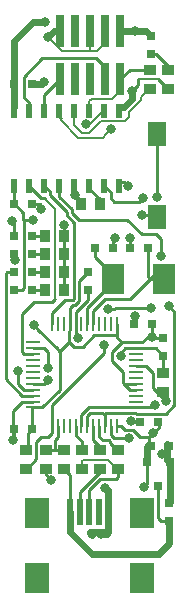
<source format=gtl>
G04 #@! TF.FileFunction,Copper,L1,Top,Signal*
%FSLAX46Y46*%
G04 Gerber Fmt 4.6, Leading zero omitted, Abs format (unit mm)*
G04 Created by KiCad (PCBNEW 4.0.0-rc2-stable) date 17/02/2016 11:29:09*
%MOMM*%
G01*
G04 APERTURE LIST*
%ADD10C,0.100000*%
%ADD11R,0.508000X1.143000*%
%ADD12R,1.000000X0.950000*%
%ADD13R,0.800000X0.750000*%
%ADD14R,0.750000X0.800000*%
%ADD15R,1.900000X2.600000*%
%ADD16R,0.250000X1.300000*%
%ADD17R,1.300000X0.250000*%
%ADD18R,0.797560X0.797560*%
%ADD19R,0.500380X2.301240*%
%ADD20R,1.998980X2.499360*%
%ADD21R,0.800100X0.800100*%
%ADD22R,1.600000X2.000000*%
%ADD23R,0.950000X1.000000*%
%ADD24R,0.740000X2.790000*%
%ADD25C,0.800000*%
%ADD26C,0.250000*%
%ADD27C,0.609600*%
%ADD28C,0.203200*%
%ADD29C,0.210000*%
G04 APERTURE END LIST*
D10*
D11*
X86133360Y92290900D03*
X88673360Y92290900D03*
X89943360Y92290900D03*
X91213360Y92290900D03*
X92483360Y92290900D03*
X93753360Y92290900D03*
X95023360Y92290900D03*
X95023360Y85940900D03*
X93753360Y85940900D03*
X92483360Y85940900D03*
X91213360Y85940900D03*
X89943360Y85940900D03*
X88673360Y85940900D03*
X87403360Y85940900D03*
X86133360Y85940900D03*
X87403360Y92290900D03*
D12*
X97622360Y94157900D03*
X97622360Y95757900D03*
D13*
X93003360Y80679900D03*
X94503360Y80679900D03*
D14*
X92356360Y78635900D03*
X92356360Y77135900D03*
D15*
X98824360Y78012900D03*
X94524360Y78012900D03*
D16*
X94820360Y74262900D03*
X94320360Y74262900D03*
X93820360Y74262900D03*
X93320360Y74262900D03*
X92820360Y74262900D03*
X92320360Y74262900D03*
X91820360Y74262900D03*
X91320360Y74262900D03*
X90820360Y74262900D03*
X90320360Y74262900D03*
X89820360Y74262900D03*
X89320360Y74262900D03*
D17*
X87720360Y72662900D03*
X87720360Y72162900D03*
X87720360Y71662900D03*
X87720360Y71162900D03*
X87720360Y70662900D03*
X87720360Y70162900D03*
X87720360Y69662900D03*
X87720360Y69162900D03*
X87720360Y68662900D03*
X87720360Y68162900D03*
X87720360Y67662900D03*
X87720360Y67162900D03*
D16*
X89320360Y65562900D03*
X89820360Y65562900D03*
X90320360Y65562900D03*
X90820360Y65562900D03*
X91320360Y65562900D03*
X91820360Y65562900D03*
X92320360Y65562900D03*
X92820360Y65562900D03*
X93320360Y65562900D03*
X93820360Y65562900D03*
X94320360Y65562900D03*
X94820360Y65562900D03*
D17*
X96420360Y67162900D03*
X96420360Y67662900D03*
X96420360Y68162900D03*
X96420360Y68662900D03*
X96420360Y69162900D03*
X96420360Y69662900D03*
X96420360Y70162900D03*
X96420360Y70662900D03*
X96420360Y71162900D03*
X96420360Y71662900D03*
X96420360Y72162900D03*
X96420360Y72662900D03*
D13*
X97702360Y63915900D03*
X99202360Y63915900D03*
D18*
X86146060Y77123900D03*
X87644660Y77123900D03*
D19*
X90888240Y58338060D03*
X91688340Y58338060D03*
X92488440Y58338060D03*
X93288540Y58338060D03*
X94088640Y58338060D03*
D20*
X88038360Y58239000D03*
X88038360Y52739900D03*
X96938520Y58239000D03*
X96938520Y52739900D03*
D13*
X97424360Y80679900D03*
X95924360Y80679900D03*
X98313360Y65947900D03*
X96813360Y65947900D03*
D14*
X98706360Y73047900D03*
X98706360Y71547900D03*
D13*
X97805360Y74202900D03*
X96305360Y74202900D03*
D14*
X99214360Y57577900D03*
X99214360Y59077900D03*
D13*
X87645360Y65312900D03*
X86145360Y65312900D03*
X86145360Y84362900D03*
X87645360Y84362900D03*
X86145360Y94522900D03*
X87645360Y94522900D03*
D18*
X86146060Y80171900D03*
X87644660Y80171900D03*
X86146060Y81695900D03*
X87644660Y81695900D03*
X86146060Y78647900D03*
X87644660Y78647900D03*
X97690360Y98599046D03*
X97690360Y97100446D03*
D21*
X99275360Y62503660D03*
X97375360Y62503660D03*
X98325360Y60504680D03*
D22*
X98198360Y83273900D03*
X98198360Y90273900D03*
D12*
X87149360Y61972900D03*
X87149360Y63572900D03*
X91848360Y63572900D03*
X91848360Y61972900D03*
X93372360Y63572900D03*
X93372360Y61972900D03*
X94896360Y61972900D03*
X94896360Y63572900D03*
X90324360Y61972900D03*
X90324360Y63572900D03*
X88800360Y63572900D03*
X88800360Y61972900D03*
X99146360Y95703900D03*
X99146360Y94103900D03*
D23*
X88762360Y80171900D03*
X90362360Y80171900D03*
X88762360Y81695900D03*
X90362360Y81695900D03*
X88765360Y78647900D03*
X90365360Y78647900D03*
X88765360Y77123900D03*
X90365360Y77123900D03*
X91810360Y84362900D03*
X93410360Y84362900D03*
D12*
X98706360Y70049900D03*
X98706360Y68449900D03*
D24*
X95082360Y99024900D03*
X95082360Y94954900D03*
X93812360Y99024900D03*
X93812360Y94954900D03*
X92542360Y99024900D03*
X92542360Y94954900D03*
X91272360Y99024900D03*
X91272360Y94954900D03*
X90002360Y99024900D03*
X90002360Y94954900D03*
D25*
X93853000Y60375800D03*
X92710000Y56438800D03*
X93472000Y56438800D03*
X94638308Y81488702D03*
X95890887Y81488702D03*
X86006360Y64423900D03*
X89240360Y61048900D03*
X95830397Y64537846D03*
X96053700Y65987868D03*
X90374277Y82577238D03*
X96954938Y83470008D03*
X88392344Y83936083D03*
X95738727Y85941233D03*
X91497338Y73032402D03*
X95170394Y71530457D03*
X98638360Y63207900D03*
X96352360Y74891900D03*
X87760127Y74147517D03*
X97887808Y64980348D03*
X97805360Y73147900D03*
X87716360Y83019900D03*
X97114360Y60413900D03*
X96098360Y93941900D03*
X88676362Y94703900D03*
X88986360Y98513900D03*
X96352360Y99021900D03*
X88732360Y99783900D03*
X86195859Y79646692D03*
X88970430Y69495846D03*
X86470344Y70212336D03*
X85975340Y82965900D03*
X91269348Y85142401D03*
X88968897Y70495856D03*
X97729042Y75622001D03*
X98214603Y84994384D03*
X93753552Y72414354D03*
X94043701Y75504788D03*
X98965271Y67725254D03*
X94320360Y90700290D03*
X92177661Y91121619D03*
X98534909Y79971900D03*
X98029383Y67372921D03*
X96996712Y84865623D03*
X99208277Y75724244D03*
D26*
X97424360Y80679900D02*
X97424360Y78212900D01*
X97424360Y78212900D02*
X97624360Y78012900D01*
X97624360Y78012900D02*
X98824360Y78012900D01*
X95951141Y76378901D02*
X97925589Y78353349D01*
X93844812Y76378901D02*
X95951141Y76378901D01*
X92820360Y74262900D02*
X92820360Y75354449D01*
X92820360Y75354449D02*
X93844812Y76378901D01*
D27*
X94088640Y56577840D02*
X93891760Y56577840D01*
X93983199Y56537201D02*
X93878400Y56642000D01*
X93786961Y56591200D02*
X92532200Y56591200D01*
X92557600Y56583581D02*
X92557600Y56517542D01*
X92532200Y56578500D02*
X92710000Y56400700D01*
X94088640Y58338060D02*
X94088640Y60140160D01*
X94088640Y60140160D02*
X93853000Y60375800D01*
X94088640Y58338060D02*
X94088640Y56577840D01*
X94088640Y56577840D02*
X93949600Y56438800D01*
X93949600Y56438800D02*
X93472000Y56438800D01*
D26*
X94503360Y80679900D02*
X94503360Y81353754D01*
X94503360Y81353754D02*
X94638308Y81488702D01*
X95924360Y80679900D02*
X95924360Y81455229D01*
X95924360Y81455229D02*
X95890887Y81488702D01*
X92356360Y77135900D02*
X92356360Y76282076D01*
X92356360Y76282076D02*
X91320360Y75246076D01*
X91320360Y75246076D02*
X91320360Y74262900D01*
X86145360Y65312900D02*
X86145360Y64562900D01*
X86145360Y64562900D02*
X86006360Y64423900D01*
X87720360Y67662900D02*
X86820360Y67662900D01*
X86820360Y67662900D02*
X86006360Y66848900D01*
X86006360Y66848900D02*
X86006360Y64423900D01*
X88800360Y61972900D02*
X88800360Y61488900D01*
X88800360Y61488900D02*
X89240360Y61048900D01*
X94603827Y64537846D02*
X95830397Y64537846D01*
X94320360Y65562900D02*
X94320360Y64821313D01*
X94320360Y64821313D02*
X94603827Y64537846D01*
X96093668Y65947900D02*
X96053700Y65987868D01*
X96813360Y65947900D02*
X96093668Y65947900D01*
X98706360Y71547900D02*
X98706360Y70049900D01*
X96420360Y72162900D02*
X98091360Y72162900D01*
X98091360Y72162900D02*
X98706360Y71547900D01*
X90342349Y81406032D02*
X90374277Y81437960D01*
X90374277Y82011553D02*
X90374277Y82577238D01*
X90374277Y81437960D02*
X90374277Y82011553D01*
X90362360Y80171900D02*
X90362360Y81695900D01*
X90365360Y77842135D02*
X90365360Y81692900D01*
X90365360Y77123900D02*
X90365360Y77842135D01*
X90365360Y77842135D02*
X90365360Y78647900D01*
X90365360Y81692900D02*
X90362360Y81695900D01*
X96954938Y83470008D02*
X98042252Y83470008D01*
X98042252Y83470008D02*
X98198360Y83313900D01*
D27*
X99275360Y62503660D02*
X99275360Y59138900D01*
X99275360Y59138900D02*
X99214360Y59077900D01*
D26*
X95023360Y86267900D02*
X95412060Y86267900D01*
X95412060Y86267900D02*
X95738727Y85941233D01*
X88392344Y84265916D02*
X88392344Y83936083D01*
X87645360Y84362900D02*
X88295360Y84362900D01*
X88295360Y84362900D02*
X88392344Y84265916D01*
X91320360Y73209380D02*
X91497338Y73032402D01*
X91320360Y74262900D02*
X91320360Y73209380D01*
X95520360Y72162900D02*
X95170394Y71812934D01*
X96420360Y72162900D02*
X95520360Y72162900D01*
X95170394Y71812934D02*
X95170394Y71530457D01*
X99275360Y62503660D02*
X99275360Y62570900D01*
X99275360Y62570900D02*
X98638360Y63207900D01*
X96305360Y74202900D02*
X96305360Y74844900D01*
X96305360Y74844900D02*
X96352360Y74891900D01*
D27*
X99075360Y64042900D02*
X99075360Y62703660D01*
X99075360Y62703660D02*
X99275360Y62503660D01*
D26*
X88160126Y73747518D02*
X87760127Y74147517D01*
X89839148Y72034112D02*
X89839148Y72068496D01*
X89839148Y72068496D02*
X88160126Y73747518D01*
X92356360Y78610900D02*
X92356360Y78635900D01*
X91615372Y76177499D02*
X91615372Y77869912D01*
X90820360Y75586310D02*
X91082938Y75848888D01*
X90820360Y74262900D02*
X90820360Y75586310D01*
X91615372Y77869912D02*
X92356360Y78610900D01*
X91082938Y75848888D02*
X91286761Y75848888D01*
X91286761Y75848888D02*
X91615372Y76177499D01*
X86920879Y83022797D02*
X86920879Y77249939D01*
X86146060Y77123900D02*
X86794840Y77123900D01*
X86794840Y77123900D02*
X86920879Y77249939D01*
X87276360Y63572900D02*
X87276360Y64943900D01*
X87276360Y64943900D02*
X87645360Y65312900D01*
X95495394Y65262866D02*
X96160537Y65262866D01*
X95195360Y65562900D02*
X95495394Y65262866D01*
X94820360Y65562900D02*
X95195360Y65562900D01*
X96755503Y64667900D02*
X97575360Y64667900D01*
X96160537Y65262866D02*
X96755503Y64667900D01*
X98706360Y73047900D02*
X97905360Y73047900D01*
X97905360Y73047900D02*
X97805360Y73147900D01*
X86869841Y83073835D02*
X86920879Y83022797D01*
X96420360Y69162900D02*
X95395360Y69162900D01*
X95395360Y69162900D02*
X95351859Y69206401D01*
X95520360Y72662900D02*
X95229833Y72662900D01*
X95229833Y72662900D02*
X94445392Y71878459D01*
X94445392Y71878459D02*
X94445392Y71100154D01*
X94445392Y71100154D02*
X95351859Y70193687D01*
X95351859Y70193687D02*
X95351859Y69206401D01*
X95351859Y69206401D02*
X95895360Y68662900D01*
X95895360Y68662900D02*
X96420360Y68662900D01*
X86133360Y86267900D02*
X86133360Y84374900D01*
X86133360Y84374900D02*
X86145360Y84362900D01*
X94820360Y73267517D02*
X92910743Y73267517D01*
X91941126Y72297900D02*
X91206507Y72297900D01*
X92910743Y73267517D02*
X91941126Y72297900D01*
X91206507Y72297900D02*
X90770361Y72734046D01*
X94820360Y73267517D02*
X94820360Y73058083D01*
X94820360Y74262900D02*
X94820360Y73267517D01*
X94820360Y73058083D02*
X95215543Y72662900D01*
X95215543Y72662900D02*
X95520360Y72662900D01*
X98345903Y65438443D02*
X97887808Y64980348D01*
X97887808Y64980348D02*
X97575360Y64667900D01*
X96420360Y72662900D02*
X96945360Y72662900D01*
X96945360Y72662900D02*
X97430360Y73147900D01*
X97430360Y73147900D02*
X97805360Y73147900D01*
X86869841Y83663419D02*
X86869841Y83073835D01*
X86869841Y83073835D02*
X87662425Y83073835D01*
X87662425Y83073835D02*
X87716360Y83019900D01*
X86145360Y84362900D02*
X86170360Y84362900D01*
X86170360Y84362900D02*
X86869841Y83663419D01*
X90820360Y74262900D02*
X90820360Y73677900D01*
X90770361Y72734046D02*
X90070427Y72034112D01*
X90820360Y73677900D02*
X90770361Y73627901D01*
X90770361Y73627901D02*
X90770361Y72734046D01*
X90070427Y72034112D02*
X89839148Y72034112D01*
X90002360Y68648493D02*
X88516767Y67162900D01*
X90002360Y71870900D02*
X90002360Y68648493D01*
X88516767Y67162900D02*
X87720360Y67162900D01*
X89839148Y72034112D02*
X90002360Y71870900D01*
X98313360Y65947900D02*
X98313360Y65658312D01*
X98313360Y65658312D02*
X98345903Y65625769D01*
X98345903Y65625769D02*
X98345903Y65438443D01*
X97575360Y64667900D02*
X97575360Y64042900D01*
X97375360Y62503660D02*
X97375360Y60674900D01*
X97375360Y60674900D02*
X97114360Y60413900D01*
X87645360Y65312900D02*
X87645360Y67087900D01*
X87645360Y67087900D02*
X87720360Y67162900D01*
D27*
X97375360Y62503660D02*
X97375360Y63842900D01*
X97375360Y63842900D02*
X97575360Y64042900D01*
D26*
X95520360Y72662900D02*
X96420360Y72662900D01*
X97805360Y73147900D02*
X97805360Y74202900D01*
X94524360Y78012900D02*
X94524360Y78362900D01*
X93003360Y79883900D02*
X93003360Y80679900D01*
X94524360Y78362900D02*
X93003360Y79883900D01*
X92320360Y74262900D02*
X92320360Y75609665D01*
X92320360Y75609665D02*
X94524360Y77813665D01*
X94524360Y77813665D02*
X94524360Y78012900D01*
X98325360Y60504680D02*
X98325360Y57841900D01*
X98325360Y57841900D02*
X98589360Y57577900D01*
X98589360Y57577900D02*
X99214360Y57577900D01*
D27*
X99214360Y57395830D02*
X99214360Y55655900D01*
X99214360Y55655900D02*
X98343719Y54785259D01*
X98343719Y54785259D02*
X92680821Y54785259D01*
X92680821Y54785259D02*
X90888240Y56577840D01*
X90888240Y56577840D02*
X90888240Y58338060D01*
D26*
X90888240Y58338060D02*
X90888240Y61405020D01*
X90888240Y61405020D02*
X90270360Y62022900D01*
X90270360Y62022900D02*
X90070360Y62022900D01*
D28*
X93140759Y97325299D02*
X92542360Y97325299D01*
X92542360Y97325299D02*
X90174961Y97325299D01*
X92542360Y99021900D02*
X92542360Y97325299D01*
X93812360Y99021900D02*
X93812360Y97996900D01*
X93812360Y97996900D02*
X93140759Y97325299D01*
X90174961Y97325299D02*
X89386359Y98113901D01*
X89386359Y98113901D02*
X88986360Y98513900D01*
D26*
X96606360Y94957900D02*
X96606360Y94449900D01*
X96606360Y94449900D02*
X96098360Y93941900D01*
D29*
X98267360Y94957900D02*
X96606360Y94957900D01*
D26*
X99146360Y94103900D02*
X99121360Y94103900D01*
X99121360Y94103900D02*
X98267360Y94957900D01*
D27*
X95023360Y92617900D02*
X95422002Y92617900D01*
X96098360Y93294258D02*
X96098360Y93941900D01*
X95422002Y92617900D02*
X96098360Y93294258D01*
X87645360Y94522900D02*
X88495362Y94522900D01*
X88495362Y94522900D02*
X88676362Y94703900D01*
X90002360Y99021900D02*
X89494360Y99021900D01*
X89494360Y99021900D02*
X88986360Y98513900D01*
X95082360Y99021900D02*
X96352360Y99021900D01*
X96352360Y99021900D02*
X97267506Y99021900D01*
X87462360Y99529900D02*
X87716360Y99783900D01*
X87716360Y99783900D02*
X88732360Y99783900D01*
X86145360Y98212900D02*
X87462360Y99529900D01*
X86145360Y95041202D02*
X86145360Y98212900D01*
X97267506Y99021900D02*
X97690360Y98599046D01*
X86145360Y94522900D02*
X86145360Y95041202D01*
X86145360Y94522900D02*
X86145360Y92629900D01*
X86145360Y92629900D02*
X86133360Y92617900D01*
X86133360Y92617900D02*
X86133360Y93132987D01*
D26*
X86146060Y80139900D02*
X86146060Y79696491D01*
X86146060Y79696491D02*
X86195859Y79646692D01*
X88637484Y69162900D02*
X88970430Y69495846D01*
X87720360Y69162900D02*
X88637484Y69162900D01*
X87644660Y80171900D02*
X88762360Y80171900D01*
X86470344Y69165516D02*
X86470344Y70212336D01*
X87720360Y68662900D02*
X86972960Y68662900D01*
X86972960Y68662900D02*
X86470344Y69165516D01*
X86146060Y82795180D02*
X85975340Y82965900D01*
X86146060Y81821900D02*
X86146060Y82795180D01*
X87644660Y81695900D02*
X88762360Y81695900D01*
X86146060Y78647900D02*
X85497280Y78647900D01*
X85497280Y78647900D02*
X85411749Y78562369D01*
X85411749Y78562369D02*
X85411749Y69571511D01*
X85411749Y69571511D02*
X86820360Y68162900D01*
X86820360Y68162900D02*
X87720360Y68162900D01*
X87644660Y78647900D02*
X88765360Y78647900D01*
X87644660Y77123900D02*
X88765360Y77123900D01*
X97690360Y97100446D02*
X98142073Y97100446D01*
X98142073Y97100446D02*
X99146360Y96096159D01*
X99146360Y96096159D02*
X99146360Y95703900D01*
X90456359Y76298899D02*
X89320360Y75162900D01*
X91165361Y78081312D02*
X91165361Y76363899D01*
X91165361Y76363899D02*
X91100361Y76298899D01*
X91210939Y82765908D02*
X91210938Y78126889D01*
X90560348Y83416499D02*
X91210939Y82765908D01*
X91210938Y78126889D02*
X91165361Y78081312D01*
X89177360Y85114900D02*
X90560348Y83731912D01*
X89177360Y85446400D02*
X89177360Y85114900D01*
X88673360Y85950400D02*
X89177360Y85446400D01*
X90560348Y83731912D02*
X90560348Y83416499D01*
X91100361Y76298899D02*
X90456359Y76298899D01*
X88673360Y86267900D02*
X88673360Y85950400D01*
X89320360Y75162900D02*
X89320360Y74262900D01*
X91860360Y84551389D02*
X91269348Y85142401D01*
X91213360Y86267900D02*
X91213360Y85198389D01*
X91860360Y84362900D02*
X91860360Y84551389D01*
X91213360Y85198389D02*
X91269348Y85142401D01*
X88968897Y71814363D02*
X88968897Y70495856D01*
X87720360Y72162900D02*
X88620360Y72162900D01*
X88620360Y72162900D02*
X88968897Y71814363D01*
X87403360Y86267900D02*
X87403360Y85885196D01*
X87403360Y85885196D02*
X88428457Y84860099D01*
X88728086Y84860099D02*
X88735864Y84867877D01*
X88428457Y84860099D02*
X88728086Y84860099D01*
D28*
X89541961Y76338990D02*
X89541961Y83982598D01*
X89541961Y83982598D02*
X88735864Y84788695D01*
X88735864Y84788695D02*
X88735864Y84867877D01*
D26*
X87720360Y71662900D02*
X86980371Y71662900D01*
X86980371Y71662900D02*
X86745359Y71897912D01*
X86745359Y71897912D02*
X86745359Y75068899D01*
X86745359Y75068899D02*
X87784360Y76107900D01*
X87784360Y76107900D02*
X89310871Y76107900D01*
X89310871Y76107900D02*
X89541961Y76338990D01*
X98198360Y85010627D02*
X98198360Y90275900D01*
X89320360Y65562900D02*
X89320360Y65037900D01*
X89320360Y65037900D02*
X88945360Y64662900D01*
X88945360Y64662900D02*
X88420360Y64662900D01*
X88420360Y64662900D02*
X87975359Y64217899D01*
X87174360Y61972900D02*
X87149360Y61972900D01*
X87975359Y64217899D02*
X87975359Y62773899D01*
X87975359Y62773899D02*
X87174360Y61972900D01*
X94043701Y75504788D02*
X94609386Y75504788D01*
X94609386Y75504788D02*
X94726599Y75622001D01*
X94726599Y75622001D02*
X97729042Y75622001D01*
X98198360Y85010627D02*
X98214603Y84994384D01*
X93753552Y71763275D02*
X93753552Y72414354D01*
X89320360Y67330083D02*
X93753552Y71763275D01*
X89320360Y65562900D02*
X89320360Y67330083D01*
X88800360Y63572900D02*
X89570301Y63572900D01*
X89570301Y63572900D02*
X90324360Y63572900D01*
X89820360Y65562900D02*
X89820360Y64662900D01*
X89820360Y64662900D02*
X89570301Y64412841D01*
X89570301Y64412841D02*
X89570301Y63572900D01*
X91848360Y63522900D02*
X91848360Y64276900D01*
X91848360Y64276900D02*
X91320360Y64804900D01*
X91320360Y64804900D02*
X91320360Y65562900D01*
X93626360Y63522900D02*
X93626360Y63576900D01*
X93626360Y63576900D02*
X92820360Y64382900D01*
X92820360Y64382900D02*
X92820360Y65562900D01*
X93426360Y63522900D02*
X93626360Y63522900D01*
X94896360Y63572900D02*
X94813947Y63572900D01*
X94813947Y63572900D02*
X94197361Y64189486D01*
X93320360Y65562900D02*
X93320360Y64662900D01*
X93320360Y64662900D02*
X93610359Y64372901D01*
X93610359Y64372901D02*
X94132361Y64372901D01*
X94132361Y64372901D02*
X94197361Y64307901D01*
X94197361Y64307901D02*
X94197361Y64189486D01*
X97881359Y68809166D02*
X98565272Y68125253D01*
X97881359Y70101901D02*
X97881359Y68809166D01*
X97320360Y70662900D02*
X97881359Y70101901D01*
X96420360Y70662900D02*
X97320360Y70662900D01*
X98565272Y68125253D02*
X98965271Y67725254D01*
X90002360Y94951900D02*
X88673360Y93622900D01*
X88673360Y93622900D02*
X88673360Y92617900D01*
D28*
X96860360Y93420900D02*
X97597360Y94157900D01*
X96860360Y93198666D02*
X96860360Y93420900D01*
X95844360Y92182666D02*
X96860360Y93198666D01*
X97597360Y94157900D02*
X97622360Y94157900D01*
X92497656Y90420018D02*
X93479538Y91401900D01*
X91840892Y90420018D02*
X92497656Y90420018D01*
X91213360Y91047550D02*
X91840892Y90420018D01*
X91213360Y92290900D02*
X91213360Y91047550D01*
X93479538Y91401900D02*
X95502742Y91401900D01*
X95502742Y91401900D02*
X95844360Y91743518D01*
X95844360Y91743518D02*
X95844360Y92182666D01*
X92483360Y92290900D02*
X92483360Y93065600D01*
X92483360Y93065600D02*
X92676059Y93258299D01*
X92676059Y93258299D02*
X94410759Y93258299D01*
X94410759Y93258299D02*
X95082360Y93929900D01*
X95082360Y93929900D02*
X95082360Y94954900D01*
D26*
X97622360Y95757900D02*
X95888360Y95757900D01*
X95888360Y95757900D02*
X95082360Y94951900D01*
X92483360Y86267900D02*
X92483360Y85663759D01*
X92483360Y85663759D02*
X93360360Y84786759D01*
X93360360Y84786759D02*
X93360360Y84362900D01*
X93360360Y84362900D02*
X93245360Y84477900D01*
X91688340Y58338060D02*
X91688340Y60019132D01*
X91688340Y60019132D02*
X93626360Y61957152D01*
X93626360Y61957152D02*
X93626360Y62022900D01*
D28*
X91848360Y61972900D02*
X91848360Y62651100D01*
X91848360Y62651100D02*
X91946761Y62749501D01*
X91946761Y62749501D02*
X94094759Y62749501D01*
X94094759Y62749501D02*
X94871360Y61972900D01*
X94871360Y61972900D02*
X94896360Y61972900D01*
D26*
X93430595Y61121900D02*
X94770360Y61121900D01*
X94896360Y61247900D02*
X94770360Y61121900D01*
X94896360Y61972900D02*
X94896360Y61247900D01*
X92488440Y58338060D02*
X92488440Y60179745D01*
X92488440Y60179745D02*
X93430595Y61121900D01*
X87403360Y92617900D02*
X87403360Y92935400D01*
X86920359Y93418401D02*
X86920359Y95157901D01*
X87403360Y92935400D02*
X86920359Y93418401D01*
X86920359Y95157901D02*
X88498358Y96735900D01*
X88498358Y96735900D02*
X93053360Y96735900D01*
X93812360Y95976900D02*
X93812360Y94951900D01*
X93053360Y96735900D02*
X93812360Y95976900D01*
D28*
X93636877Y90016807D02*
X93920361Y90300291D01*
X91558530Y90016807D02*
X93636877Y90016807D01*
X90083860Y91655900D02*
X90083860Y91491477D01*
X90083860Y91491477D02*
X91558530Y90016807D01*
X93920361Y90300291D02*
X94320360Y90700290D01*
D26*
X89943360Y92617900D02*
X89943360Y91796400D01*
X89943360Y91796400D02*
X90083860Y91655900D01*
D28*
X93753360Y92617900D02*
X93753360Y92305882D01*
X92569097Y91121619D02*
X92177661Y91121619D01*
X93753360Y92305882D02*
X92569097Y91121619D01*
D26*
X89943360Y86267900D02*
X89943360Y84994898D01*
X89943360Y84994898D02*
X91010359Y83927899D01*
X91010359Y83927899D02*
X91010359Y83602899D01*
X91010359Y83602899D02*
X91593358Y83019900D01*
X91593358Y83019900D02*
X95707944Y83019900D01*
X95707944Y83019900D02*
X96919947Y81807897D01*
X98534909Y81394785D02*
X98534909Y79971900D01*
X96919947Y81807897D02*
X98121797Y81807897D01*
X98121797Y81807897D02*
X98534909Y81394785D01*
X96420360Y67162900D02*
X97819362Y67162900D01*
X97819362Y67162900D02*
X98029383Y67372921D01*
X91820360Y66559313D02*
X91820360Y65562900D01*
X92423947Y67162900D02*
X91820360Y66559313D01*
X96420360Y67162900D02*
X92423947Y67162900D01*
X93753360Y86267900D02*
X93753360Y85950400D01*
X93753360Y85950400D02*
X94306044Y85397716D01*
X94306044Y85397716D02*
X94306044Y84860098D01*
X94306044Y84860098D02*
X94598237Y84567905D01*
X94598237Y84567905D02*
X96698994Y84567905D01*
X96698994Y84567905D02*
X97001566Y84870477D01*
X97001566Y84870477D02*
X96996712Y84865623D01*
X92320360Y65562900D02*
X92320360Y66422902D01*
X92320360Y66422902D02*
X92553274Y66655816D01*
X96468032Y66647901D02*
X98986604Y66647901D01*
X98986604Y66647901D02*
X99690278Y67351575D01*
X99690278Y67351575D02*
X99690278Y75242243D01*
X96403043Y66712890D02*
X96468032Y66647901D01*
X93745359Y66537901D02*
X93920348Y66712890D01*
X99690278Y75242243D02*
X99208277Y75724244D01*
X93920348Y66712890D02*
X96403043Y66712890D01*
X92553274Y66655816D02*
X93627444Y66655816D01*
X93627444Y66655816D02*
X93745359Y66537901D01*
X93745359Y66537901D02*
X93820360Y66462900D01*
X93820360Y66462900D02*
X93820360Y65562900D01*
M02*

</source>
